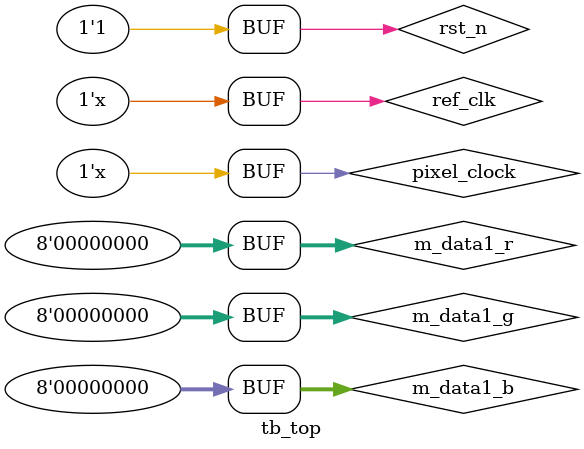
<source format=v>

`timescale 1ns / 1ps

module tb_top();

//========================================================
//parameters
parameter BMP_VIDEO_FORMAT		   = "WxH_xHz"; //video format
parameter BMP_PIXEL_CLK_FREQ	   = 50.000;//pixel clock frequency, unit: MHz
parameter BMP_PIXEL_CLK_PERIOD	   = 1000.0/BMP_PIXEL_CLK_FREQ; //unit: ns
parameter BMP_WIDTH				   = 160;
parameter BMP_HEIGHT			   = 120;
parameter BMP_OPENED_NAME		   = "../tb/pic/img160.bmp";
parameter BMP_REPEAT			   = 1'b1;  //0:bmp increase  , 1:bmp repeat 
parameter BMP_LINK				   = 1'b0;  //0:µ¥ÏñËØ£»1:Ë«ÏñËØ
								   
parameter BMP_OUTPUTED_WIDTH	   = BMP_WIDTH;
parameter BMP_OUTPUTED_HEIGHT	   = BMP_HEIGHT;
parameter BMP_OUTPUTED_NAME		   = "../tb/pic/out0_001.bmp";
parameter BMP_OUTPUTED_NUMBER	   = 16'd3;

//===================================================================
parameter REF_CLK_FREQ			   = 50.000;//clock frequency, unit: MHz
parameter REF_CLK_PERIOD		   = 1000.0/REF_CLK_FREQ;//unit: ns

//=======================================================
reg  ref_clk;      // 50M
reg  pixel_clock;

reg  rst_n;

//------------
//dirver
wire	   vsync; 
wire	   hsync; 
wire	   data_valid; 
wire [7:0] data0_r; 
wire [7:0] data0_g;
wire [7:0] data0_b;

//--------------------------
wire 	   tmds_clk_p  ;
wire 	   tmds_clk_n  ;
wire [2:0] tmds_data_p ;//{r,g,b}
wire [2:0] tmds_data_n ;

//-------------------------
wire        rx0_pclk   ;
wire        rx0_vsync  ;
wire        rx0_hsync  ;
wire        rx0_de     ;
wire [7:0]  rx0_r      ; 
wire [7:0]  rx0_g      ; 
wire [7:0]  rx0_b      ; 

//-----------------
//monitor rgb input
wire		m_clk;
wire		m_vs_rgb;  
wire		m_hs_rgb;  
wire		m_de_rgb;  
wire [7:0]  m_data0_r;
wire [7:0]  m_data0_g;
wire [7:0]  m_data0_b;
wire [7:0]  m_data1_r;
wire [7:0]  m_data1_g;
wire [7:0]  m_data1_b;

//=====================================================
GSR GSR(.GSRI(1'b1));

//=====================================================
//pixel_clk
initial
  begin
    ref_clk      = 1'b0;
	pixel_clock	     = 1'b0;
  end

always  #(REF_CLK_PERIOD/2.0) ref_clk = ~ref_clk;

always  #(BMP_PIXEL_CLK_PERIOD/2.0) pixel_clock = ~pixel_clock;


//=====================================================
//rst_n
initial
  begin
	rst_n=1'b0;
	
	#2000;
	rst_n=1'b1;
end

//==================================================
//video driver
driver #
(
	.BMP_VIDEO_FORMAT	(BMP_VIDEO_FORMAT   ),
	.BMP_PIXEL_CLK_FREQ (BMP_PIXEL_CLK_FREQ ),
	.BMP_WIDTH		    (BMP_WIDTH	        ),
	.BMP_HEIGHT		    (BMP_HEIGHT	        ),
	.BMP_OPENED_NAME	(BMP_OPENED_NAME    )
)
driver_inst
(
	.link_i	       (BMP_LINK   ), //0,µ¥ÏñËØ£»1£¬Ë«ÏñËØ
	.repeat_en     (BMP_REPEAT ),
	.video_gen_en  (rst_n 	   ),
	.pixel_clock   (pixel_clock),
	.vsync	       (vsync	   ),//¸º¼«ÐÔ 
	.hsync	       (hsync	   ),//¸º¼«ÐÔ 
	.data_valid    (data_valid ),
	.data0_r       (data0_r	   ), 
	.data0_g       (data0_g	   ),
	.data0_b       (data0_b	   ), 
	.data1_r       (     	   ), 
	.data1_g       (     	   ),
	.data1_b       (     	   )
);

//======================================================
//RGB to DVI
DVI_TX_Top DVI_TX_Top_inst
(
	.I_rst_n       (rst_n         ),   //asynchronous reset, low active
	.I_rgb_clk     (pixel_clock   ),   //pixel clock
	.I_rgb_vs      (vsync         ),  
	.I_rgb_hs      (hsync         ),        
	.I_rgb_de      (data_valid    ), 
	.I_rgb_r       (data0_r       ),  
	.I_rgb_g       (data0_g       ),  
	.I_rgb_b       (data0_b       ), 
	.O_tmds_clk_p  (tmds_clk_p    ),
	.O_tmds_clk_n  (tmds_clk_n    ),
	.O_tmds_data_p (tmds_data_p   ),  //{r,g,b}
	.O_tmds_data_n (tmds_data_n   )
);

//======================================================
//DVI to RGB  
DVI_RX_Top DVI_RX_Top_inst
(
	.I_rst_n      (rst_n       ),// active low 
	.I_tmds_clk_p (tmds_clk_p  ),  
	.I_tmds_clk_n (tmds_clk_n  ),  
	.I_tmds_data_p(tmds_data_p ),  //{r,g,b}
	.I_tmds_data_n(tmds_data_n ),  
	.O_rgb_clk    (rx0_pclk    ),
	.O_rgb_vs     (rx0_vsync   ),
	.O_rgb_hs     (rx0_hsync   ),
	.O_rgb_de     (rx0_de      ),
	.O_rgb_r      (rx0_r        ),
	.O_rgb_g      (rx0_g        ),
	.O_rgb_b      (rx0_b        )
);

//======================================================
//monitor
assign m_clk     = rx0_pclk       ;
assign m_vs_rgb  = rx0_vsync      ;
assign m_hs_rgb  = rx0_hsync      ;
assign m_de_rgb  = rx0_de         ;
assign m_data0_r = rx0_r          ;
assign m_data0_g = rx0_g          ;
assign m_data0_b = rx0_b          ;
assign m_data1_r = 8'd0           ;
assign m_data1_g = 8'd0           ;
assign m_data1_b = 8'd0           ;

monitor#
(
  .BMP_OUTPUTED_WIDTH  (BMP_OUTPUTED_WIDTH ),
  .BMP_OUTPUTED_HEIGHT (BMP_OUTPUTED_HEIGHT),
  .BMP_OUTPUTED_NAME   (BMP_OUTPUTED_NAME  ),
  .BMP_OUTPUTED_NUMBER (BMP_OUTPUTED_NUMBER)
)
monitor_inst
(
  .link_i	    (BMP_LINK	), //0,µ¥ÏñËØ£»1£¬Ë«ÏñËØ
  .video2bmp_en (rst_n		),
  .pixel_clock  (m_clk		), 
  .vsync		(m_vs_rgb	), //¸º¼«ÐÔ	   
  .hsync		(m_hs_rgb	), //¸º¼«ÐÔ	   
  .data_valid   (m_de_rgb	), 
  .data0_r	    (m_data0_r	),	
  .data0_g	    (m_data0_g	),
  .data0_b	    (m_data0_b	),
  .data1_r	    (m_data1_r	),	
  .data1_g	    (m_data1_g	),
  .data1_b	    (m_data1_b	)
);
		  
endmodule

</source>
